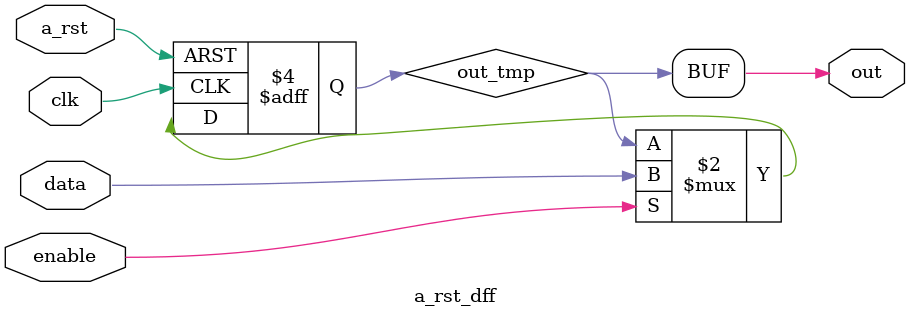
<source format=v>
module a_rst_dff (data,clk,a_rst,enable,out);
//defining a parameter for the data and output width
parameter REGWIDTH=1;
////////////////////////////////////////////////////
input [REGWIDTH-1:0] data;
input a_rst,clk,enable;
output [REGWIDTH-1:0] out;
reg [REGWIDTH-1:0] out_tmp;
always @(posedge clk or posedge a_rst) begin
    if(a_rst) begin
        out_tmp<=0;
    end
    else if(enable) begin
        out_tmp<=data;
    end
end
assign out=out_tmp;
endmodule 
</source>
